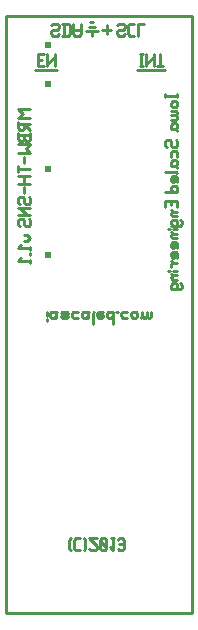
<source format=gbr>
G04 start of page 8 for group -4078 idx -4078 *
G04 Title: (unknown), bottomsilk *
G04 Creator: pcb 20110918 *
G04 CreationDate: Tue 05 Feb 2013 04:01:22 AM GMT UTC *
G04 For: railfan *
G04 Format: Gerber/RS-274X *
G04 PCB-Dimensions: 63000 200000 *
G04 PCB-Coordinate-Origin: lower left *
%MOIN*%
%FSLAX25Y25*%
%LNBOTTOMSILK*%
%ADD57C,0.0100*%
%ADD56C,0.0001*%
G54D56*G36*
X13500Y189000D02*Y191000D01*
X15500D01*
Y189000D01*
X13500D01*
G37*
G36*
Y176000D02*Y178000D01*
X15500D01*
Y176000D01*
X13500D01*
G37*
G36*
Y147500D02*Y149500D01*
X15500D01*
Y147500D01*
X13500D01*
G37*
G36*
Y119000D02*Y121000D01*
X15500D01*
Y119000D01*
X13500D01*
G37*
G54D57*X10000Y181500D02*X17500D01*
X500Y199500D02*Y500D01*
X32500Y195000D02*X35500D01*
X34000Y196500D02*Y193500D01*
X29000Y193000D02*Y194500D01*
X27000D02*X31000D01*
X28000Y196000D02*X30000D01*
X28500Y197500D02*X29500D01*
X44000Y181500D02*X53500D01*
X500Y500D02*X62500D01*
Y199500D01*
X500D01*
X39500Y193000D02*X40000Y193500D01*
X38000Y193000D02*X39500D01*
X37500Y193500D02*X38000Y193000D01*
X37500Y193500D02*Y194500D01*
X38000Y195000D01*
X39500D01*
X40000Y195500D01*
Y196500D01*
X39500Y197000D02*X40000Y196500D01*
X38000Y197000D02*X39500D01*
X37500Y196500D02*X38000Y197000D01*
X41700D02*X43200D01*
X41200Y196500D02*X41700Y197000D01*
X41200Y193500D02*Y196500D01*
Y193500D02*X41700Y193000D01*
X43200D01*
X44400D02*Y197000D01*
X46400D01*
X53500Y172500D02*Y173500D01*
Y173000D02*X57500D01*
Y172500D02*Y173500D01*
X56000Y171300D02*X57000D01*
X56000D02*X55500Y170800D01*
Y169800D02*Y170800D01*
Y169800D02*X56000Y169300D01*
X57000D01*
X57500Y169800D02*X57000Y169300D01*
X57500Y169800D02*Y170800D01*
X57000Y171300D02*X57500Y170800D01*
X55500Y168100D02*X57000D01*
X57500Y167600D01*
Y167100D02*Y167600D01*
Y167100D02*X57000Y166600D01*
X55500D02*X57000D01*
X57500Y166100D01*
Y165600D02*Y166100D01*
Y165600D02*X57000Y165100D01*
X55500D02*X57000D01*
X55500Y162400D02*X56000Y161900D01*
X55500Y162400D02*Y163400D01*
X56000Y163900D02*X55500Y163400D01*
X56000Y163900D02*X57000D01*
X57500Y163400D01*
X55500Y161900D02*X57000D01*
X57500Y161400D01*
Y162400D02*Y163400D01*
Y162400D02*X57000Y161900D01*
X53500Y156400D02*X54000Y155900D01*
X53500Y156400D02*Y157900D01*
X54000Y158400D02*X53500Y157900D01*
X54000Y158400D02*X55000D01*
X55500Y157900D01*
Y156400D02*Y157900D01*
Y156400D02*X56000Y155900D01*
X57000D01*
X57500Y156400D02*X57000Y155900D01*
X57500Y156400D02*Y157900D01*
X57000Y158400D02*X57500Y157900D01*
X55500Y152700D02*Y154200D01*
X56000Y154700D02*X55500Y154200D01*
X56000Y154700D02*X57000D01*
X57500Y154200D01*
Y152700D02*Y154200D01*
X55500Y150000D02*X56000Y149500D01*
X55500Y150000D02*Y151000D01*
X56000Y151500D02*X55500Y151000D01*
X56000Y151500D02*X57000D01*
X57500Y151000D01*
X55500Y149500D02*X57000D01*
X57500Y149000D01*
Y150000D02*Y151000D01*
Y150000D02*X57000Y149500D01*
X53500Y147800D02*X57000D01*
X57500Y147300D01*
Y144300D02*Y145800D01*
X57000Y146300D02*X57500Y145800D01*
X56000Y146300D02*X57000D01*
X56000D02*X55500Y145800D01*
Y144800D02*Y145800D01*
Y144800D02*X56000Y144300D01*
X56500D02*Y146300D01*
X56000Y144300D02*X56500D01*
X53500Y141100D02*X57500D01*
Y141600D02*X57000Y141100D01*
X57500Y141600D02*Y142600D01*
X57000Y143100D02*X57500Y142600D01*
X56000Y143100D02*X57000D01*
X56000D02*X55500Y142600D01*
Y141600D02*Y142600D01*
Y141600D02*X56000Y141100D01*
X55500Y136600D02*Y138100D01*
X57500Y136100D02*Y138100D01*
X53500D02*X57500D01*
X53500Y136100D02*Y138100D01*
X56000Y134400D02*X57500D01*
X56000D02*X55500Y133900D01*
Y133400D02*Y133900D01*
Y133400D02*X56000Y132900D01*
X57500D01*
X55500Y134900D02*X56000Y134400D01*
X55500Y130200D02*X56000Y129700D01*
X55500Y130200D02*Y131200D01*
X56000Y131700D02*X55500Y131200D01*
X56000Y131700D02*X57000D01*
X57500Y131200D01*
Y130200D02*Y131200D01*
Y130200D02*X57000Y129700D01*
X58500Y131700D02*X59000Y131200D01*
Y130200D02*Y131200D01*
Y130200D02*X58500Y129700D01*
X55500D02*X58500D01*
X54500Y128500D02*X55000D01*
X56000D02*X57500D01*
X56000Y127000D02*X57500D01*
X56000D02*X55500Y126500D01*
Y126000D02*Y126500D01*
Y126000D02*X56000Y125500D01*
X57500D01*
X55500Y127500D02*X56000Y127000D01*
X57500Y122300D02*Y123800D01*
X57000Y124300D02*X57500Y123800D01*
X56000Y124300D02*X57000D01*
X56000D02*X55500Y123800D01*
Y122800D02*Y123800D01*
Y122800D02*X56000Y122300D01*
X56500D02*Y124300D01*
X56000Y122300D02*X56500D01*
X57500Y119100D02*Y120600D01*
X57000Y121100D02*X57500Y120600D01*
X56000Y121100D02*X57000D01*
X56000D02*X55500Y120600D01*
Y119600D02*Y120600D01*
Y119600D02*X56000Y119100D01*
X56500D02*Y121100D01*
X56000Y119100D02*X56500D01*
X56000Y117400D02*X57500D01*
X56000D02*X55500Y116900D01*
Y115900D02*Y116900D01*
Y117900D02*X56000Y117400D01*
X54500Y114700D02*X55000D01*
X56000D02*X57500D01*
X56000Y113200D02*X57500D01*
X56000D02*X55500Y112700D01*
Y112200D02*Y112700D01*
Y112200D02*X56000Y111700D01*
X57500D01*
X55500Y113700D02*X56000Y113200D01*
X55500Y109000D02*X56000Y108500D01*
X55500Y109000D02*Y110000D01*
X56000Y110500D02*X55500Y110000D01*
X56000Y110500D02*X57000D01*
X57500Y110000D01*
Y109000D02*Y110000D01*
Y109000D02*X57000Y108500D01*
X58500Y110500D02*X59000Y110000D01*
Y109000D02*Y110000D01*
Y109000D02*X58500Y108500D01*
X55500D02*X58500D01*
X14000Y98000D02*Y98500D01*
Y99500D02*Y101000D01*
X16500Y99000D02*X17000Y99500D01*
X15500Y99000D02*X16500D01*
X15000Y99500D02*X15500Y99000D01*
X15000Y99500D02*Y100500D01*
X15500Y101000D01*
X17000Y99000D02*Y100500D01*
X17500Y101000D01*
X15500D02*X16500D01*
X17000Y100500D01*
X19200Y101000D02*X20700D01*
X21200Y100500D01*
X20700Y100000D02*X21200Y100500D01*
X19200Y100000D02*X20700D01*
X18700Y99500D02*X19200Y100000D01*
X18700Y99500D02*X19200Y99000D01*
X20700D01*
X21200Y99500D01*
X18700Y100500D02*X19200Y101000D01*
X22900Y99000D02*X24400D01*
X22400Y99500D02*X22900Y99000D01*
X22400Y99500D02*Y100500D01*
X22900Y101000D01*
X24400D01*
X27100Y99000D02*X27600Y99500D01*
X26100Y99000D02*X27100D01*
X25600Y99500D02*X26100Y99000D01*
X25600Y99500D02*Y100500D01*
X26100Y101000D01*
X27600Y99000D02*Y100500D01*
X28100Y101000D01*
X26100D02*X27100D01*
X27600Y100500D01*
X29300Y97000D02*Y100500D01*
X29800Y101000D01*
X31300D02*X32800D01*
X30800Y100500D02*X31300Y101000D01*
X30800Y99500D02*Y100500D01*
Y99500D02*X31300Y99000D01*
X32300D01*
X32800Y99500D01*
X30800Y100000D02*X32800D01*
Y99500D02*Y100000D01*
X36000Y97000D02*Y101000D01*
X35500D02*X36000Y100500D01*
X34500Y101000D02*X35500D01*
X34000Y100500D02*X34500Y101000D01*
X34000Y99500D02*Y100500D01*
Y99500D02*X34500Y99000D01*
X35500D01*
X36000Y99500D01*
X37200Y101000D02*X37700D01*
X39400Y99000D02*X40900D01*
X38900Y99500D02*X39400Y99000D01*
X38900Y99500D02*Y100500D01*
X39400Y101000D01*
X40900D01*
X42100Y99500D02*Y100500D01*
Y99500D02*X42600Y99000D01*
X43600D01*
X44100Y99500D01*
Y100500D01*
X43600Y101000D02*X44100Y100500D01*
X42600Y101000D02*X43600D01*
X42100Y100500D02*X42600Y101000D01*
X45800Y99500D02*Y101000D01*
Y99500D02*X46300Y99000D01*
X46800D01*
X47300Y99500D01*
Y101000D01*
Y99500D02*X47800Y99000D01*
X48300D01*
X48800Y99500D01*
Y101000D01*
X45300Y99000D02*X45800Y99500D01*
X45000Y183000D02*X46000D01*
X45500D02*Y187000D01*
X45000D02*X46000D01*
X47200Y183000D02*Y187000D01*
Y183000D02*Y183500D01*
X49700Y186000D01*
Y183000D02*Y187000D01*
X50900Y183000D02*X52900D01*
X51900D02*Y187000D01*
X17500Y193000D02*X18000Y193500D01*
X16000Y193000D02*X17500D01*
X15500Y193500D02*X16000Y193000D01*
X15500Y193500D02*Y194500D01*
X16000Y195000D01*
X17500D01*
X18000Y195500D01*
Y196500D01*
X17500Y197000D02*X18000Y196500D01*
X16000Y197000D02*X17500D01*
X15500Y196500D02*X16000Y197000D01*
X19700Y193000D02*Y197000D01*
X21200Y193000D02*X21700Y193500D01*
Y196500D01*
X21200Y197000D02*X21700Y196500D01*
X19200Y197000D02*X21200D01*
X19200Y193000D02*X21200D01*
X22900Y193500D02*Y197000D01*
Y193500D02*X23400Y193000D01*
X24900D01*
X25400Y193500D01*
Y197000D01*
X22900Y195000D02*X25400D01*
X4500Y168500D02*X8500D01*
X4500D02*X6000Y167000D01*
X4500Y165500D01*
X8500D01*
X4500Y162300D02*Y164300D01*
Y162300D02*X5000Y161800D01*
X6000D01*
X6500Y162300D02*X6000Y161800D01*
X6500Y162300D02*Y163800D01*
X4500D02*X8500D01*
X6500D02*X8500Y161800D01*
Y158600D02*Y160600D01*
Y158600D02*X8000Y158100D01*
X7000D02*X8000D01*
X6500Y158600D02*X7000Y158100D01*
X6500Y158600D02*Y160100D01*
X4500D02*X8500D01*
X4500Y158600D02*Y160600D01*
Y158600D02*X5000Y158100D01*
X6000D01*
X6500Y158600D02*X6000Y158100D01*
X4500Y156900D02*X8500D01*
X7000Y155400D01*
X8500Y153900D01*
X4500D02*X8500D01*
X6500Y150700D02*Y152700D01*
X4500Y147500D02*Y149500D01*
Y148500D02*X8500D01*
X4500Y146300D02*X8500D01*
X4500Y143800D02*X8500D01*
X6500D02*Y146300D01*
Y140600D02*Y142600D01*
X4500Y137400D02*X5000Y136900D01*
X4500Y137400D02*Y138900D01*
X5000Y139400D02*X4500Y138900D01*
X5000Y139400D02*X6000D01*
X6500Y138900D01*
Y137400D02*Y138900D01*
Y137400D02*X7000Y136900D01*
X8000D01*
X8500Y137400D02*X8000Y136900D01*
X8500Y137400D02*Y138900D01*
X8000Y139400D02*X8500Y138900D01*
X4500Y135700D02*X8500D01*
X4500D02*X5000D01*
X7500Y133200D01*
X4500D02*X8500D01*
X4500Y130000D02*X5000Y129500D01*
X4500Y130000D02*Y131500D01*
X5000Y132000D02*X4500Y131500D01*
X5000Y132000D02*X6000D01*
X6500Y131500D01*
Y130000D02*Y131500D01*
Y130000D02*X7000Y129500D01*
X8000D01*
X8500Y130000D02*X8000Y129500D01*
X8500Y130000D02*Y131500D01*
X8000Y132000D02*X8500Y131500D01*
X6500Y126500D02*X7500D01*
X8500Y125500D01*
X7500Y124500D01*
X6500D02*X7500D01*
X8500Y121800D02*Y122800D01*
X4500Y122300D02*X8500D01*
X5500Y123300D02*X4500Y122300D01*
X8500Y120100D02*Y120600D01*
Y117400D02*Y118400D01*
X4500Y117900D02*X8500D01*
X5500Y118900D02*X4500Y117900D01*
X11000Y185000D02*X12500D01*
X11000Y187000D02*X13000D01*
X11000Y183000D02*Y187000D01*
Y183000D02*X13000D01*
X14200D02*Y187000D01*
Y183000D02*Y183500D01*
X16700Y186000D01*
Y183000D02*Y187000D01*
X21500Y25000D02*X22000Y25500D01*
X21500Y22000D02*X22000Y21500D01*
X21500Y22000D02*Y25000D01*
X23700Y25500D02*X25200D01*
X23200Y25000D02*X23700Y25500D01*
X23200Y22000D02*Y25000D01*
Y22000D02*X23700Y21500D01*
X25200D01*
X26400D02*X26900Y22000D01*
Y25000D01*
X26400Y25500D02*X26900Y25000D01*
X28100Y22000D02*X28600Y21500D01*
X30100D01*
X30600Y22000D01*
Y23000D01*
X28100Y25500D02*X30600Y23000D01*
X28100Y25500D02*X30600D01*
X31800Y25000D02*X32300Y25500D01*
X31800Y22000D02*Y25000D01*
Y22000D02*X32300Y21500D01*
X33300D01*
X33800Y22000D01*
Y25000D01*
X33300Y25500D02*X33800Y25000D01*
X32300Y25500D02*X33300D01*
X31800Y24500D02*X33800Y22500D01*
X35500Y25500D02*X36500D01*
X36000Y21500D02*Y25500D01*
X35000Y22500D02*X36000Y21500D01*
X37700Y22000D02*X38200Y21500D01*
X39200D01*
X39700Y22000D01*
Y25000D01*
X39200Y25500D02*X39700Y25000D01*
X38200Y25500D02*X39200D01*
X37700Y25000D02*X38200Y25500D01*
Y23500D02*X39700D01*
M02*

</source>
